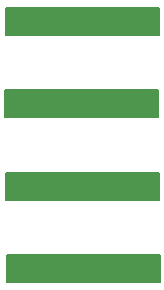
<source format=gbo>
G04 #@! TF.GenerationSoftware,KiCad,Pcbnew,(5.0.0)*
G04 #@! TF.CreationDate,2018-09-25T23:14:14-03:00*
G04 #@! TF.ProjectId,FranzMakeyDIY,4672616E7A4D616B65794449592E6B69,rev?*
G04 #@! TF.SameCoordinates,Original*
G04 #@! TF.FileFunction,Legend,Bot*
G04 #@! TF.FilePolarity,Positive*
%FSLAX46Y46*%
G04 Gerber Fmt 4.6, Leading zero omitted, Abs format (unit mm)*
G04 Created by KiCad (PCBNEW (5.0.0)) date 09/25/18 23:14:14*
%MOMM*%
%LPD*%
G01*
G04 APERTURE LIST*
%ADD10C,0.150000*%
G04 APERTURE END LIST*
D10*
G36*
X174879000Y-116408200D02*
X187833000Y-116408200D01*
X187833000Y-114122200D01*
X174879000Y-114122200D01*
X174879000Y-116408200D01*
G37*
X174879000Y-116408200D02*
X187833000Y-116408200D01*
X187833000Y-114122200D01*
X174879000Y-114122200D01*
X174879000Y-116408200D01*
G36*
X174853600Y-109423200D02*
X187807600Y-109423200D01*
X187807600Y-107137200D01*
X174853600Y-107137200D01*
X174853600Y-109423200D01*
G37*
X174853600Y-109423200D02*
X187807600Y-109423200D01*
X187807600Y-107137200D01*
X174853600Y-107137200D01*
X174853600Y-109423200D01*
G36*
X174726600Y-102438200D02*
X187680600Y-102438200D01*
X187680600Y-100152200D01*
X174726600Y-100152200D01*
X174726600Y-102438200D01*
G37*
X174726600Y-102438200D02*
X187680600Y-102438200D01*
X187680600Y-100152200D01*
X174726600Y-100152200D01*
X174726600Y-102438200D01*
G36*
X174853600Y-95453200D02*
X187807600Y-95453200D01*
X187807600Y-93167200D01*
X174853600Y-93167200D01*
X174853600Y-95453200D01*
G37*
X174853600Y-95453200D02*
X187807600Y-95453200D01*
X187807600Y-93167200D01*
X174853600Y-93167200D01*
X174853600Y-95453200D01*
M02*

</source>
